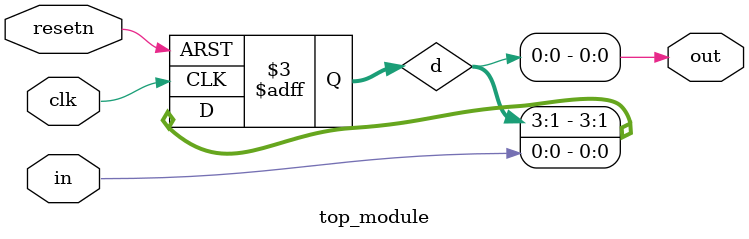
<source format=sv>
module top_module (
	input clk,
	input resetn,
	input in,
	output out
);
	
	reg [3:0] d;

	always @(posedge clk or negedge resetn) begin
		if (!resetn) begin
			d <= 4'b0000;
		end else begin
			d <= {d[3:1], in};
		end
	end
	
	assign out = d[0];

endmodule

</source>
